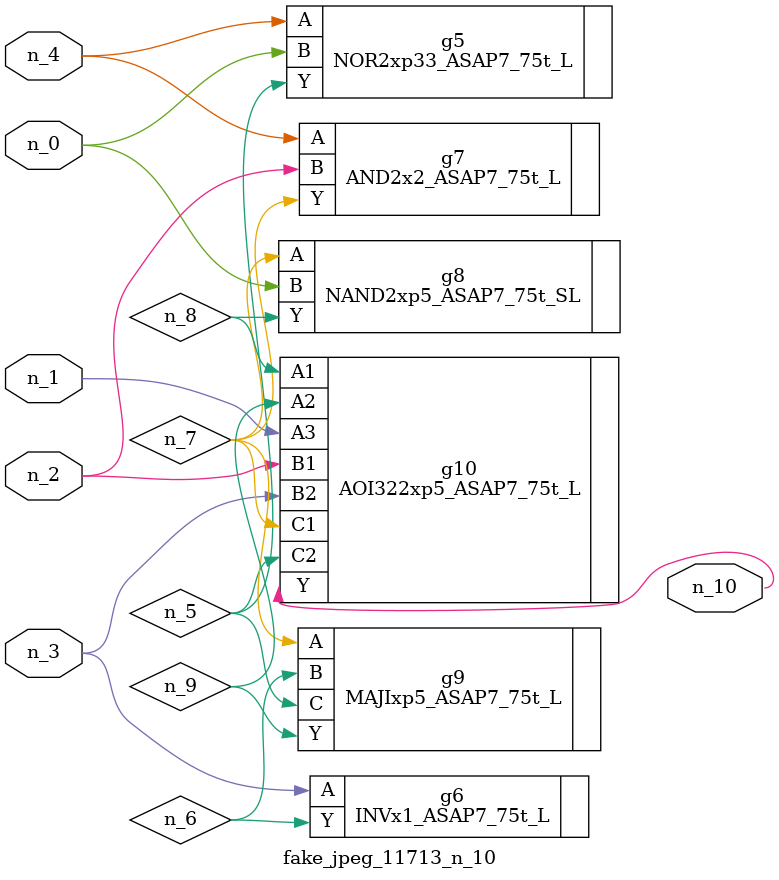
<source format=v>
module fake_jpeg_11713_n_10 (n_3, n_2, n_1, n_0, n_4, n_10);

input n_3;
input n_2;
input n_1;
input n_0;
input n_4;

output n_10;

wire n_8;
wire n_9;
wire n_6;
wire n_5;
wire n_7;

NOR2xp33_ASAP7_75t_L g5 ( 
.A(n_4),
.B(n_0),
.Y(n_5)
);

INVx1_ASAP7_75t_L g6 ( 
.A(n_3),
.Y(n_6)
);

AND2x2_ASAP7_75t_L g7 ( 
.A(n_4),
.B(n_2),
.Y(n_7)
);

NAND2xp5_ASAP7_75t_SL g8 ( 
.A(n_7),
.B(n_0),
.Y(n_8)
);

AOI322xp5_ASAP7_75t_L g10 ( 
.A1(n_8),
.A2(n_9),
.A3(n_1),
.B1(n_2),
.B2(n_3),
.C1(n_7),
.C2(n_5),
.Y(n_10)
);

MAJIxp5_ASAP7_75t_L g9 ( 
.A(n_7),
.B(n_6),
.C(n_5),
.Y(n_9)
);


endmodule
</source>
